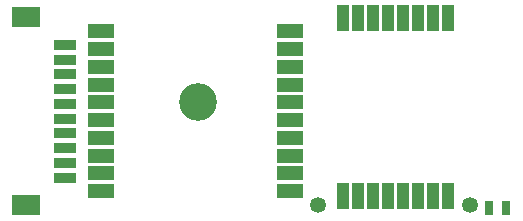
<source format=gts>
G04 ================== begin FILE IDENTIFICATION RECORD ==================*
G04 Layout Name:  transponderRC2_4-11.brd*
G04 Film Name:    Soldermask_top*
G04 File Format:  Gerber RS274X*
G04 File Origin:  Cadence Allegro 17.2-S042*
G04 Origin Date:  Thu Jan 24 18:04:02 2019*
G04 *
G04 Layer:  PACKAGE GEOMETRY/SOLDERMASK_TOP*
G04 Layer:  BOARD GEOMETRY/SOLDERMASK_TOP*
G04 Layer:  PIN/SOLDERMASK_TOP*
G04 Layer:  VIA CLASS/SOLDERMASK_TOP*
G04 *
G04 Offset:    (0.0000 0.0000)*
G04 Mirror:    No*
G04 Mode:      Positive*
G04 Rotation:  0*
G04 FullContactRelief:  No*
G04 UndefLineWidth:     0.1500*
G04 ================== end FILE IDENTIFICATION RECORD ====================*
%FSAX55Y55*MOMM*%
%IR0*IPPOS*OFA0.00000B0.00000*MIA0B0*SFA1.00000B1.00000*%
%ADD16R,.8X1.2*%
%ADD11R,1.95X.85*%
%ADD15R,1.1X2.2*%
%ADD12R,2.2X1.2*%
%ADD13C,3.2*%
%ADD14C,1.35*%
%ADD10R,2.35X1.75*%
%LPD*%
G75*
G54D10*
X-0004125000Y0000102500D03*
X-0004125000Y0001697500D03*
G54D11*
X-0003795000Y0000337500D03*
X-0003795000Y0000462500D03*
X-0003795000Y0000837500D03*
X-0003795000Y0000712500D03*
X-0003795000Y0000587500D03*
X-0003795000Y0001212500D03*
X-0003795000Y0001087500D03*
X-0003795000Y0000962500D03*
X-0003795000Y0001462500D03*
X-0003795000Y0001337500D03*
G54D12*
X-0003490000Y0000225000D03*
X-0003490000Y0000375000D03*
X-0003490000Y0000525000D03*
X-0003490000Y0000675000D03*
X-0003490000Y0000825000D03*
X-0003490000Y0000975000D03*
X-0003490000Y0001125000D03*
X-0003490000Y0001275000D03*
X-0003490000Y0001425000D03*
X-0003490000Y0001575000D03*
X-0001890000Y0000525000D03*
X-0001890000Y0000375000D03*
X-0001890000Y0000225000D03*
X-0001890000Y0000825000D03*
X-0001890000Y0000675000D03*
X-0001890000Y0001125000D03*
X-0001890000Y0000975000D03*
X-0001890000Y0001575000D03*
X-0001890000Y0001425000D03*
X-0001890000Y0001275000D03*
G54D13*
X-0002670000Y0000980000D03*
G54D14*
X-0001655000Y0000110000D03*
X-0000365000Y0000110000D03*
G54D15*
X-0001319000Y0000185000D03*
X-0001446000Y0000185000D03*
X-0001446000Y0001685000D03*
X-0001319000Y0001685000D03*
X-0000938000Y0000185000D03*
X-0001065000Y0000185000D03*
X-0001192000Y0000185000D03*
X-0001192000Y0001685000D03*
X-0001065000Y0001685000D03*
X-0000938000Y0001685000D03*
X-0000684000Y0000185000D03*
X-0000811000Y0000185000D03*
X-0000811000Y0001685000D03*
X-0000684000Y0001685000D03*
X-0000557000Y0000185000D03*
X-0000557000Y0001685000D03*
G54D16*
X-0000065000Y0000080000D03*
X-0000205000Y0000080000D03*
M02*

</source>
